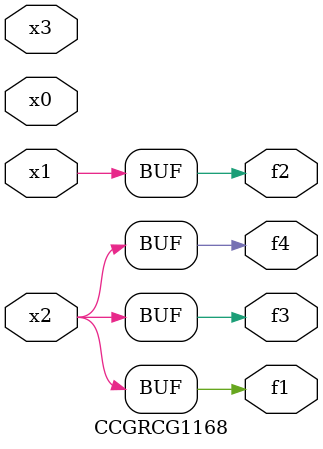
<source format=v>
module CCGRCG1168(
	input x0, x1, x2, x3,
	output f1, f2, f3, f4
);
	assign f1 = x2;
	assign f2 = x1;
	assign f3 = x2;
	assign f4 = x2;
endmodule

</source>
